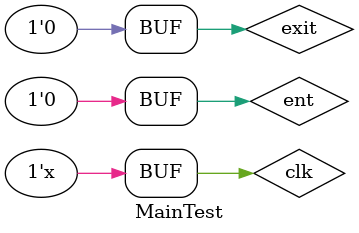
<source format=v>
`timescale 1ns / 1ps

module MainTest;

	// Inputs
	reg clk;
	reg ent;
	reg exit;

	// Outputs
	wire in;
	wire out;
	wire open;
	wire close;

	// Instantiate the Unit Under Test (UUT)
	Main uut (
		.clk(clk), 
		.ent(ent), 
		.exit(exit), 
		.in(in), 
		.out(out), 
		.open(open), 
		.close(close)
	);

	initial begin
		clk = 0;
		
		ent = 0;
		exit = 0;
		
		// members 0, there isn't anybody to exit
		#20;
		ent = 0;
		exit = 1;
		
		// members 0
		#20;
		ent = 0;
		exit = 0;
		
		// members 0
		#20;
		ent = 1;
		exit = 0;
		
		// members 1
		#20;
		ent = 0;
		exit = 0;
		
		// members 1
		#20;
		ent = 1;
		exit = 0;

		// members 2
		#20;
		ent = 0;
		exit = 0;

		// members 2
		#20;
		ent = 1;
		exit = 0;
		
		// members 3
		#20;
		ent = 0;
		exit = 0;

		// members 3
		#20;
		ent = 1;
		exit = 0;
		
		// members 4
		#20;
		ent = 0;
		exit = 0;

		// members 4
		#20;
		ent = 1;
		exit = 0;
		
		// members 5
		#20;
		ent = 0;
		exit = 0;

		// members 5
		#20;
		ent = 1;
		exit = 0;
		
		// members 6
		#20;
		ent = 0;
		exit = 0;
		
		// members 6
		#20;
		ent = 0;
		exit = 1;
		
		// members 5
		#20;
		ent = 0;
		exit = 0;
		
		// members 5
		#20;
		ent = 1;
		exit = 0;
		
		// members 6
		#20;
		ent = 0;
		exit = 0;
		
		// members 6
		#20;
		ent = 1;
		exit = 0;
		
		// members 7
		#20;
		ent = 0;
		exit = 0;
		
		// members 7
		#20;
		ent = 1;
		exit = 0;
		
		// members 8
		#20;
		ent = 0;
		exit = 0;
		
		// members 8
		#20;
		ent = 1;
		exit = 0;
		
		// members 9
		#20;
		ent = 0;
		exit = 0;
		
		// members 9
		#20;
		ent = 1;
		exit = 0;
		
		// members 10
		#20;
		ent = 0;
		exit = 0;
		
		// members 10, new person can't enter the room
		#20;
		ent = 1;
		exit = 0;
		
		// members 10
		#20;
		ent = 0;
		exit = 0;		
	end
      
	always clk = #20 ~clk;
endmodule


</source>
